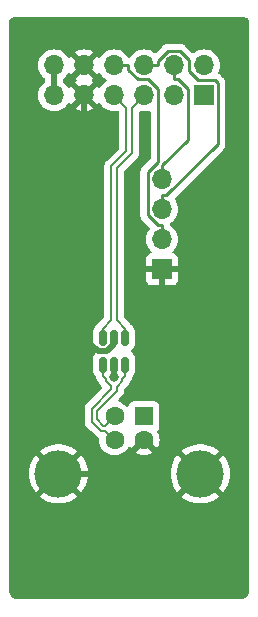
<source format=gbl>
G04 #@! TF.GenerationSoftware,KiCad,Pcbnew,7.0.9-7.0.9~ubuntu20.04.1*
G04 #@! TF.CreationDate,2023-12-02T17:13:26+01:00*
G04 #@! TF.ProjectId,kicad-pmod_usb,6b696361-642d-4706-9d6f-645f7573622e,1.0*
G04 #@! TF.SameCoordinates,Original*
G04 #@! TF.FileFunction,Copper,L2,Bot*
G04 #@! TF.FilePolarity,Positive*
%FSLAX46Y46*%
G04 Gerber Fmt 4.6, Leading zero omitted, Abs format (unit mm)*
G04 Created by KiCad (PCBNEW 7.0.9-7.0.9~ubuntu20.04.1) date 2023-12-02 17:13:26*
%MOMM*%
%LPD*%
G01*
G04 APERTURE LIST*
G04 Aperture macros list*
%AMRoundRect*
0 Rectangle with rounded corners*
0 $1 Rounding radius*
0 $2 $3 $4 $5 $6 $7 $8 $9 X,Y pos of 4 corners*
0 Add a 4 corners polygon primitive as box body*
4,1,4,$2,$3,$4,$5,$6,$7,$8,$9,$2,$3,0*
0 Add four circle primitives for the rounded corners*
1,1,$1+$1,$2,$3*
1,1,$1+$1,$4,$5*
1,1,$1+$1,$6,$7*
1,1,$1+$1,$8,$9*
0 Add four rect primitives between the rounded corners*
20,1,$1+$1,$2,$3,$4,$5,0*
20,1,$1+$1,$4,$5,$6,$7,0*
20,1,$1+$1,$6,$7,$8,$9,0*
20,1,$1+$1,$8,$9,$2,$3,0*%
G04 Aperture macros list end*
G04 #@! TA.AperFunction,ComponentPad*
%ADD10R,1.700000X1.700000*%
G04 #@! TD*
G04 #@! TA.AperFunction,ComponentPad*
%ADD11O,1.700000X1.700000*%
G04 #@! TD*
G04 #@! TA.AperFunction,ComponentPad*
%ADD12R,1.600000X1.600000*%
G04 #@! TD*
G04 #@! TA.AperFunction,ComponentPad*
%ADD13C,1.600000*%
G04 #@! TD*
G04 #@! TA.AperFunction,ComponentPad*
%ADD14C,4.000000*%
G04 #@! TD*
G04 #@! TA.AperFunction,SMDPad,CuDef*
%ADD15RoundRect,0.150000X-0.150000X0.512500X-0.150000X-0.512500X0.150000X-0.512500X0.150000X0.512500X0*%
G04 #@! TD*
G04 #@! TA.AperFunction,ViaPad*
%ADD16C,0.800000*%
G04 #@! TD*
G04 #@! TA.AperFunction,Conductor*
%ADD17C,0.200000*%
G04 #@! TD*
G04 #@! TA.AperFunction,Conductor*
%ADD18C,0.500000*%
G04 #@! TD*
G04 #@! TA.AperFunction,Conductor*
%ADD19C,0.250000*%
G04 #@! TD*
G04 APERTURE END LIST*
D10*
X123190000Y-65976500D03*
D11*
X123190000Y-63436500D03*
X120650000Y-65976500D03*
X120650000Y-63436500D03*
X118110000Y-65976500D03*
X118110000Y-63436500D03*
X115570000Y-65976500D03*
X115570000Y-63436500D03*
X113030000Y-65976500D03*
X113030000Y-63436500D03*
X110490000Y-65976500D03*
X110490000Y-63436500D03*
D12*
X118110000Y-93154500D03*
D13*
X115610000Y-93154500D03*
X115610000Y-95154500D03*
X118110000Y-95154500D03*
D14*
X122860000Y-98014500D03*
X110860000Y-98014500D03*
D10*
X119634000Y-80708500D03*
D11*
X119634000Y-78168500D03*
X119634000Y-75628500D03*
X119634000Y-73088500D03*
D15*
X114620000Y-86492500D03*
X115570000Y-86492500D03*
X116520000Y-86492500D03*
X116520000Y-88767500D03*
X115570000Y-88767500D03*
X114620000Y-88767500D03*
D16*
X114046000Y-68770500D03*
X114300000Y-72072500D03*
X115570000Y-89852500D03*
D17*
X116520000Y-86492500D02*
X116520000Y-85722500D01*
X116520000Y-85722500D02*
X115795000Y-84997500D01*
X115795000Y-84997500D02*
X115795000Y-72165700D01*
X117065000Y-70895700D02*
X117065000Y-67021500D01*
X115795000Y-72165700D02*
X117065000Y-70895700D01*
X117065000Y-67021500D02*
X118110000Y-65976500D01*
X114620000Y-86492500D02*
X114620000Y-85722500D01*
X114620000Y-85722500D02*
X115345000Y-84997500D01*
X115345000Y-84997500D02*
X115345000Y-71979300D01*
X115345000Y-71979300D02*
X116615000Y-70709300D01*
X116615000Y-70709300D02*
X116615000Y-67021500D01*
X116615000Y-67021500D02*
X115570000Y-65976500D01*
D18*
X110490000Y-65976500D02*
X110490000Y-63436500D01*
D17*
X114835000Y-94379500D02*
X115610000Y-95154500D01*
X114455000Y-94379500D02*
X114835000Y-94379500D01*
X113669000Y-93593500D02*
X114455000Y-94379500D01*
X113669000Y-92502500D02*
X113669000Y-93593500D01*
X115345000Y-90826100D02*
X113669000Y-92502500D01*
X115345000Y-90552500D02*
X115345000Y-90826100D01*
X115280000Y-90552500D02*
X115345000Y-90552500D01*
X114870000Y-90142400D02*
X115280000Y-90552500D01*
X114870000Y-90011300D02*
X114870000Y-90142400D01*
X114620000Y-89761300D02*
X114870000Y-90011300D01*
X114620000Y-88767500D02*
X114620000Y-89761300D01*
X114835000Y-93929500D02*
X115610000Y-93154500D01*
X114641000Y-93929500D02*
X114835000Y-93929500D01*
X114119000Y-93407100D02*
X114641000Y-93929500D01*
X114119000Y-92688900D02*
X114119000Y-93407100D01*
X115795000Y-91012500D02*
X114119000Y-92688900D01*
X115795000Y-90552500D02*
X115795000Y-91012500D01*
X115860000Y-90552500D02*
X115795000Y-90552500D01*
X116270000Y-90142400D02*
X115860000Y-90552500D01*
X116270000Y-90011300D02*
X116270000Y-90142400D01*
X116520000Y-89761300D02*
X116270000Y-90011300D01*
X116520000Y-88767500D02*
X116520000Y-89761300D01*
D19*
X116745300Y-63803900D02*
X116745300Y-63436500D01*
X117553200Y-64611800D02*
X116745300Y-63803900D01*
X118446300Y-64611800D02*
X117553200Y-64611800D01*
X119285400Y-65450900D02*
X118446300Y-64611800D01*
X119285400Y-71624900D02*
X119285400Y-65450900D01*
X118422400Y-72487900D02*
X119285400Y-71624900D01*
X118422400Y-76148900D02*
X118422400Y-72487900D01*
X119266700Y-76993200D02*
X118422400Y-76148900D01*
X119634000Y-76993200D02*
X119266700Y-76993200D01*
X119634000Y-78168500D02*
X119634000Y-76993200D01*
X115570000Y-63436500D02*
X116745300Y-63436500D01*
X119285300Y-63069100D02*
X119285300Y-63436500D01*
X120093200Y-62261200D02*
X119285300Y-63069100D01*
X121165500Y-62261200D02*
X120093200Y-62261200D01*
X121920000Y-63015700D02*
X121165500Y-62261200D01*
X121920000Y-63914800D02*
X121920000Y-63015700D01*
X122711700Y-64706500D02*
X121920000Y-63914800D01*
X124126500Y-64706500D02*
X122711700Y-64706500D01*
X124365400Y-64945400D02*
X124126500Y-64706500D01*
X124365400Y-70089100D02*
X124365400Y-64945400D01*
X120001300Y-74453200D02*
X124365400Y-70089100D01*
X119634000Y-74453200D02*
X120001300Y-74453200D01*
X119634000Y-75628500D02*
X119634000Y-74453200D01*
X118110000Y-63436500D02*
X119285300Y-63436500D01*
X121017400Y-64611800D02*
X120650000Y-64611800D01*
X121825300Y-65419700D02*
X121017400Y-64611800D01*
X121825300Y-69721900D02*
X121825300Y-65419700D01*
X119634000Y-71913200D02*
X121825300Y-69721900D01*
X119634000Y-73088500D02*
X119634000Y-71913200D01*
X120650000Y-63436500D02*
X120650000Y-64611800D01*
D18*
X113030000Y-86484800D02*
X113030000Y-65976500D01*
X114175200Y-87630000D02*
X113030000Y-86484800D01*
X115002800Y-87630000D02*
X114175200Y-87630000D01*
X115570000Y-87062800D02*
X115002800Y-87630000D01*
X115570000Y-86492500D02*
X115570000Y-87062800D01*
X115250000Y-98014500D02*
X110860000Y-98014500D01*
X118110000Y-95154500D02*
X115250000Y-98014500D01*
X115570000Y-89852500D02*
X115570000Y-88767500D01*
G04 #@! TA.AperFunction,Conductor*
G36*
X112570507Y-63646344D02*
G01*
X112648239Y-63767298D01*
X112756900Y-63861452D01*
X112887685Y-63921180D01*
X112897466Y-63922586D01*
X112268625Y-64551425D01*
X112345031Y-64604925D01*
X112388655Y-64659502D01*
X112395848Y-64729001D01*
X112364326Y-64791355D01*
X112345029Y-64808076D01*
X112268625Y-64861572D01*
X112897466Y-65490413D01*
X112887685Y-65491820D01*
X112756900Y-65551548D01*
X112648239Y-65645702D01*
X112570507Y-65766656D01*
X112546923Y-65846976D01*
X111915073Y-65215126D01*
X111861881Y-65291094D01*
X111807304Y-65334719D01*
X111737806Y-65341913D01*
X111675451Y-65310391D01*
X111658730Y-65291094D01*
X111528494Y-65105097D01*
X111361404Y-64938007D01*
X111293375Y-64890372D01*
X111249751Y-64835794D01*
X111240500Y-64788798D01*
X111240500Y-64624200D01*
X111260185Y-64557161D01*
X111293375Y-64522626D01*
X111361401Y-64474995D01*
X111528495Y-64307901D01*
X111658732Y-64121903D01*
X111713307Y-64078280D01*
X111782805Y-64071086D01*
X111845160Y-64102609D01*
X111861880Y-64121905D01*
X111915073Y-64197873D01*
X112546923Y-63566023D01*
X112570507Y-63646344D01*
G37*
G04 #@! TD.AperFunction*
G04 #@! TA.AperFunction,Conductor*
G36*
X114144925Y-64197873D02*
G01*
X114198119Y-64121905D01*
X114252696Y-64078281D01*
X114322195Y-64071088D01*
X114384549Y-64102610D01*
X114401269Y-64121905D01*
X114531505Y-64307901D01*
X114531506Y-64307902D01*
X114698597Y-64474993D01*
X114698603Y-64474998D01*
X114884158Y-64604925D01*
X114927783Y-64659502D01*
X114934977Y-64729000D01*
X114903454Y-64791355D01*
X114884158Y-64808075D01*
X114698597Y-64938005D01*
X114531505Y-65105097D01*
X114401269Y-65291095D01*
X114346692Y-65334720D01*
X114277194Y-65341914D01*
X114214839Y-65310391D01*
X114198119Y-65291095D01*
X114144925Y-65215126D01*
X114144925Y-65215125D01*
X113513076Y-65846975D01*
X113489493Y-65766656D01*
X113411761Y-65645702D01*
X113303100Y-65551548D01*
X113172315Y-65491820D01*
X113162533Y-65490413D01*
X113791373Y-64861573D01*
X113714969Y-64808076D01*
X113671344Y-64753499D01*
X113664150Y-64684001D01*
X113695672Y-64621646D01*
X113714968Y-64604925D01*
X113791373Y-64551425D01*
X113162533Y-63922586D01*
X113172315Y-63921180D01*
X113303100Y-63861452D01*
X113411761Y-63767298D01*
X113489493Y-63646344D01*
X113513076Y-63566024D01*
X114144925Y-64197873D01*
G37*
G04 #@! TD.AperFunction*
G04 #@! TA.AperFunction,Conductor*
G36*
X126623030Y-59373531D02*
G01*
X126629746Y-59374414D01*
X126637709Y-59375463D01*
X126711327Y-59387122D01*
X126739367Y-59395030D01*
X126763809Y-59405154D01*
X126768190Y-59407174D01*
X126815076Y-59431064D01*
X126834258Y-59443167D01*
X126853594Y-59458003D01*
X126859353Y-59462423D01*
X126865448Y-59467767D01*
X126904730Y-59507049D01*
X126910075Y-59513145D01*
X126929327Y-59538233D01*
X126941435Y-59557424D01*
X126954084Y-59582248D01*
X126965318Y-59604296D01*
X126967352Y-59608708D01*
X126977466Y-59633125D01*
X126985377Y-59661176D01*
X126985379Y-59661183D01*
X126997037Y-59734796D01*
X126998969Y-59749467D01*
X126999500Y-59757569D01*
X126999500Y-107883449D01*
X126999201Y-107889531D01*
X126996027Y-107921756D01*
X126983580Y-108032220D01*
X126979021Y-108054330D01*
X126962881Y-108107539D01*
X126935210Y-108186617D01*
X126927528Y-108204114D01*
X126899046Y-108257402D01*
X126896862Y-108261164D01*
X126853133Y-108330757D01*
X126848559Y-108337109D01*
X126806167Y-108388764D01*
X126802078Y-108393276D01*
X126744776Y-108450578D01*
X126740264Y-108454667D01*
X126688609Y-108497059D01*
X126682257Y-108501633D01*
X126612664Y-108545362D01*
X126608902Y-108547546D01*
X126555614Y-108576028D01*
X126538117Y-108583710D01*
X126459039Y-108611381D01*
X126405830Y-108627521D01*
X126383720Y-108632080D01*
X126273256Y-108644527D01*
X126241031Y-108647701D01*
X126234949Y-108648000D01*
X107445051Y-108648000D01*
X107438970Y-108647701D01*
X107406743Y-108644527D01*
X107296278Y-108632080D01*
X107274167Y-108627521D01*
X107220960Y-108611381D01*
X107141881Y-108583710D01*
X107124384Y-108576028D01*
X107104120Y-108565197D01*
X107071085Y-108547539D01*
X107067340Y-108545365D01*
X107048846Y-108533745D01*
X106997741Y-108501633D01*
X106991389Y-108497059D01*
X106939734Y-108454667D01*
X106935232Y-108450587D01*
X106877910Y-108393265D01*
X106873831Y-108388764D01*
X106831439Y-108337109D01*
X106826865Y-108330757D01*
X106821712Y-108322557D01*
X106783123Y-108261141D01*
X106780970Y-108257433D01*
X106752467Y-108204107D01*
X106744794Y-108186632D01*
X106717118Y-108107539D01*
X106700975Y-108054323D01*
X106696419Y-108032228D01*
X106683972Y-107921756D01*
X106680799Y-107889531D01*
X106680500Y-107883452D01*
X106680500Y-98014505D01*
X108355057Y-98014505D01*
X108374807Y-98328442D01*
X108374808Y-98328449D01*
X108433755Y-98637458D01*
X108530963Y-98936632D01*
X108530965Y-98936637D01*
X108664900Y-99221261D01*
X108664903Y-99221267D01*
X108833457Y-99486867D01*
X108833460Y-99486871D01*
X108924286Y-99596660D01*
X109889438Y-98631507D01*
X109938348Y-98710499D01*
X110081931Y-98868001D01*
X110240388Y-98987663D01*
X109274971Y-99953079D01*
X109274972Y-99953081D01*
X109517772Y-100129485D01*
X109517790Y-100129496D01*
X109793447Y-100281040D01*
X109793455Y-100281044D01*
X110085926Y-100396840D01*
X110390620Y-100475073D01*
X110390629Y-100475075D01*
X110702701Y-100514499D01*
X110702715Y-100514500D01*
X111017285Y-100514500D01*
X111017298Y-100514499D01*
X111329370Y-100475075D01*
X111329379Y-100475073D01*
X111634073Y-100396840D01*
X111926544Y-100281044D01*
X111926552Y-100281040D01*
X112202209Y-100129496D01*
X112202219Y-100129490D01*
X112445026Y-99953079D01*
X112445027Y-99953079D01*
X111479611Y-98987663D01*
X111638069Y-98868001D01*
X111781652Y-98710499D01*
X111830560Y-98631508D01*
X112795712Y-99596660D01*
X112886544Y-99486864D01*
X113055096Y-99221267D01*
X113055099Y-99221261D01*
X113189034Y-98936637D01*
X113189036Y-98936632D01*
X113286244Y-98637458D01*
X113345191Y-98328449D01*
X113345192Y-98328442D01*
X113364943Y-98014505D01*
X120355057Y-98014505D01*
X120374807Y-98328442D01*
X120374808Y-98328449D01*
X120433755Y-98637458D01*
X120530963Y-98936632D01*
X120530965Y-98936637D01*
X120664900Y-99221261D01*
X120664903Y-99221267D01*
X120833457Y-99486867D01*
X120833460Y-99486871D01*
X120924286Y-99596660D01*
X121889438Y-98631507D01*
X121938348Y-98710499D01*
X122081931Y-98868001D01*
X122240388Y-98987663D01*
X121274971Y-99953079D01*
X121274972Y-99953081D01*
X121517772Y-100129485D01*
X121517790Y-100129496D01*
X121793447Y-100281040D01*
X121793455Y-100281044D01*
X122085926Y-100396840D01*
X122390620Y-100475073D01*
X122390629Y-100475075D01*
X122702701Y-100514499D01*
X122702715Y-100514500D01*
X123017285Y-100514500D01*
X123017298Y-100514499D01*
X123329370Y-100475075D01*
X123329379Y-100475073D01*
X123634073Y-100396840D01*
X123926544Y-100281044D01*
X123926552Y-100281040D01*
X124202209Y-100129496D01*
X124202219Y-100129490D01*
X124445026Y-99953079D01*
X124445027Y-99953079D01*
X123479611Y-98987663D01*
X123638069Y-98868001D01*
X123781652Y-98710499D01*
X123830560Y-98631508D01*
X124795712Y-99596660D01*
X124886544Y-99486864D01*
X125055096Y-99221267D01*
X125055099Y-99221261D01*
X125189034Y-98936637D01*
X125189036Y-98936632D01*
X125286244Y-98637458D01*
X125345191Y-98328449D01*
X125345192Y-98328442D01*
X125364943Y-98014505D01*
X125364943Y-98014494D01*
X125345192Y-97700557D01*
X125345191Y-97700550D01*
X125286244Y-97391541D01*
X125189036Y-97092367D01*
X125189034Y-97092362D01*
X125055099Y-96807738D01*
X125055096Y-96807732D01*
X124886542Y-96542132D01*
X124886539Y-96542128D01*
X124795712Y-96432338D01*
X123830560Y-97397491D01*
X123781652Y-97318501D01*
X123638069Y-97160999D01*
X123479611Y-97041336D01*
X124445027Y-96075919D01*
X124445026Y-96075917D01*
X124202227Y-95899514D01*
X124202209Y-95899503D01*
X123926552Y-95747959D01*
X123926544Y-95747955D01*
X123634073Y-95632159D01*
X123329379Y-95553926D01*
X123329370Y-95553924D01*
X123017298Y-95514500D01*
X122702701Y-95514500D01*
X122390629Y-95553924D01*
X122390620Y-95553926D01*
X122085926Y-95632159D01*
X121793455Y-95747955D01*
X121793447Y-95747959D01*
X121517787Y-95899504D01*
X121517782Y-95899507D01*
X121274972Y-96075918D01*
X121274971Y-96075919D01*
X122240388Y-97041336D01*
X122081931Y-97160999D01*
X121938348Y-97318501D01*
X121889439Y-97397491D01*
X120924286Y-96432338D01*
X120924285Y-96432338D01*
X120833459Y-96542129D01*
X120833457Y-96542132D01*
X120664903Y-96807732D01*
X120664900Y-96807738D01*
X120530965Y-97092362D01*
X120530963Y-97092367D01*
X120433755Y-97391541D01*
X120374808Y-97700550D01*
X120374807Y-97700557D01*
X120355057Y-98014494D01*
X120355057Y-98014505D01*
X113364943Y-98014505D01*
X113364943Y-98014494D01*
X113345192Y-97700557D01*
X113345191Y-97700550D01*
X113286244Y-97391541D01*
X113189036Y-97092367D01*
X113189034Y-97092362D01*
X113055099Y-96807738D01*
X113055096Y-96807732D01*
X112886542Y-96542132D01*
X112886539Y-96542128D01*
X112795712Y-96432338D01*
X111830560Y-97397491D01*
X111781652Y-97318501D01*
X111638069Y-97160999D01*
X111479611Y-97041336D01*
X112445027Y-96075919D01*
X112445026Y-96075917D01*
X112202227Y-95899514D01*
X112202209Y-95899503D01*
X111926552Y-95747959D01*
X111926544Y-95747955D01*
X111634073Y-95632159D01*
X111329379Y-95553926D01*
X111329370Y-95553924D01*
X111017298Y-95514500D01*
X110702701Y-95514500D01*
X110390629Y-95553924D01*
X110390620Y-95553926D01*
X110085926Y-95632159D01*
X109793455Y-95747955D01*
X109793447Y-95747959D01*
X109517787Y-95899504D01*
X109517782Y-95899507D01*
X109274972Y-96075918D01*
X109274971Y-96075919D01*
X110240388Y-97041336D01*
X110081931Y-97160999D01*
X109938348Y-97318501D01*
X109889439Y-97397491D01*
X108924286Y-96432338D01*
X108924285Y-96432338D01*
X108833459Y-96542129D01*
X108833457Y-96542132D01*
X108664903Y-96807732D01*
X108664900Y-96807738D01*
X108530965Y-97092362D01*
X108530963Y-97092367D01*
X108433755Y-97391541D01*
X108374808Y-97700550D01*
X108374807Y-97700557D01*
X108355057Y-98014494D01*
X108355057Y-98014505D01*
X106680500Y-98014505D01*
X106680500Y-65976500D01*
X109134341Y-65976500D01*
X109154936Y-66211903D01*
X109154938Y-66211913D01*
X109216094Y-66440155D01*
X109216096Y-66440159D01*
X109216097Y-66440163D01*
X109295800Y-66611086D01*
X109315965Y-66654330D01*
X109315967Y-66654334D01*
X109374462Y-66737873D01*
X109451505Y-66847901D01*
X109618599Y-67014995D01*
X109715384Y-67082765D01*
X109812165Y-67150532D01*
X109812167Y-67150533D01*
X109812170Y-67150535D01*
X110026337Y-67250403D01*
X110254592Y-67311563D01*
X110442918Y-67328039D01*
X110489999Y-67332159D01*
X110490000Y-67332159D01*
X110490001Y-67332159D01*
X110529234Y-67328726D01*
X110725408Y-67311563D01*
X110953663Y-67250403D01*
X111167830Y-67150535D01*
X111361401Y-67014995D01*
X111528495Y-66847901D01*
X111658732Y-66661903D01*
X111713307Y-66618280D01*
X111782805Y-66611086D01*
X111845160Y-66642609D01*
X111861880Y-66661905D01*
X111915073Y-66737873D01*
X112546923Y-66106023D01*
X112570507Y-66186344D01*
X112648239Y-66307298D01*
X112756900Y-66401452D01*
X112887685Y-66461180D01*
X112897466Y-66462586D01*
X112268625Y-67091425D01*
X112352421Y-67150099D01*
X112566507Y-67249929D01*
X112566516Y-67249933D01*
X112794673Y-67311067D01*
X112794684Y-67311069D01*
X113029998Y-67331657D01*
X113030002Y-67331657D01*
X113265315Y-67311069D01*
X113265326Y-67311067D01*
X113493483Y-67249933D01*
X113493492Y-67249929D01*
X113707578Y-67150100D01*
X113707582Y-67150098D01*
X113791373Y-67091426D01*
X113791373Y-67091425D01*
X113162533Y-66462586D01*
X113172315Y-66461180D01*
X113303100Y-66401452D01*
X113411761Y-66307298D01*
X113489493Y-66186344D01*
X113513076Y-66106024D01*
X114144925Y-66737873D01*
X114198119Y-66661905D01*
X114252696Y-66618281D01*
X114322195Y-66611088D01*
X114384549Y-66642610D01*
X114401269Y-66661905D01*
X114531505Y-66847901D01*
X114698599Y-67014995D01*
X114795384Y-67082765D01*
X114892165Y-67150532D01*
X114892167Y-67150533D01*
X114892170Y-67150535D01*
X115106337Y-67250403D01*
X115334592Y-67311563D01*
X115522918Y-67328039D01*
X115569999Y-67332159D01*
X115570000Y-67332159D01*
X115570001Y-67332159D01*
X115609234Y-67328726D01*
X115805408Y-67311563D01*
X115858406Y-67297362D01*
X115928255Y-67299023D01*
X115986118Y-67338185D01*
X116013623Y-67402413D01*
X116014500Y-67417136D01*
X116014500Y-70409202D01*
X115994815Y-70476241D01*
X115978181Y-70496883D01*
X114951096Y-71523968D01*
X114944994Y-71529319D01*
X114916720Y-71551015D01*
X114829833Y-71664249D01*
X114820463Y-71676460D01*
X114759956Y-71822537D01*
X114759955Y-71822539D01*
X114739318Y-71979298D01*
X114739318Y-71979300D01*
X114743959Y-72014555D01*
X114743969Y-72014626D01*
X114744500Y-72022728D01*
X114744500Y-84697402D01*
X114724815Y-84764441D01*
X114708181Y-84785083D01*
X114226096Y-85267168D01*
X114219994Y-85272519D01*
X114191717Y-85294218D01*
X114155230Y-85341769D01*
X114127234Y-85378256D01*
X114112875Y-85396968D01*
X114095460Y-85419663D01*
X114094338Y-85422373D01*
X114067463Y-85462590D01*
X113951923Y-85578129D01*
X113951917Y-85578137D01*
X113868255Y-85719603D01*
X113868254Y-85719606D01*
X113822402Y-85877426D01*
X113822401Y-85877432D01*
X113819500Y-85914304D01*
X113819500Y-87070696D01*
X113822401Y-87107567D01*
X113822402Y-87107573D01*
X113868254Y-87265393D01*
X113868255Y-87265396D01*
X113951917Y-87406862D01*
X113951923Y-87406870D01*
X114068129Y-87523076D01*
X114068140Y-87523085D01*
X114068455Y-87523271D01*
X114068650Y-87523480D01*
X114074298Y-87527861D01*
X114073591Y-87528772D01*
X114116136Y-87574343D01*
X114128637Y-87643085D01*
X114101988Y-87707673D01*
X114074078Y-87731856D01*
X114074298Y-87732139D01*
X114069092Y-87736176D01*
X114068455Y-87736729D01*
X114068140Y-87736914D01*
X114068129Y-87736923D01*
X113951923Y-87853129D01*
X113951917Y-87853137D01*
X113868255Y-87994603D01*
X113868254Y-87994606D01*
X113822402Y-88152426D01*
X113822401Y-88152432D01*
X113819500Y-88189304D01*
X113819500Y-89345696D01*
X113822401Y-89382567D01*
X113822402Y-89382573D01*
X113868254Y-89540393D01*
X113868255Y-89540396D01*
X113951917Y-89681862D01*
X113951923Y-89681870D01*
X113981970Y-89711916D01*
X114015456Y-89773238D01*
X114017229Y-89783411D01*
X114019500Y-89800660D01*
X114034955Y-89918060D01*
X114034956Y-89918062D01*
X114095464Y-90064141D01*
X114191718Y-90189582D01*
X114219995Y-90211280D01*
X114226085Y-90216620D01*
X114252781Y-90243316D01*
X114252796Y-90243331D01*
X114280840Y-90291800D01*
X114281775Y-90291413D01*
X114283383Y-90295297D01*
X114283511Y-90295675D01*
X114284592Y-90298285D01*
X114284829Y-90298694D01*
X114284948Y-90299133D01*
X114284955Y-90299162D01*
X114315064Y-90371850D01*
X114345428Y-90445180D01*
X114345462Y-90445238D01*
X114392759Y-90506877D01*
X114418822Y-90540850D01*
X114418901Y-90540947D01*
X114441717Y-90570681D01*
X114469955Y-90592348D01*
X114476059Y-90597701D01*
X114512484Y-90634135D01*
X114545961Y-90695461D01*
X114540969Y-90765152D01*
X114512484Y-90809476D01*
X113275066Y-92047189D01*
X113268958Y-92052546D01*
X113240718Y-92074217D01*
X113217739Y-92104163D01*
X113217643Y-92104281D01*
X113194359Y-92134633D01*
X113144454Y-92199671D01*
X113144440Y-92199697D01*
X113144430Y-92199712D01*
X113113700Y-92273928D01*
X113083954Y-92345739D01*
X113083952Y-92345749D01*
X113083938Y-92345798D01*
X113073425Y-92425728D01*
X113068194Y-92465459D01*
X113068177Y-92465625D01*
X113063317Y-92502567D01*
X113063317Y-92502572D01*
X113067968Y-92537856D01*
X113068500Y-92545966D01*
X113068500Y-93550071D01*
X113067969Y-93558173D01*
X113063318Y-93593499D01*
X113063318Y-93593500D01*
X113068500Y-93632860D01*
X113083955Y-93750260D01*
X113083956Y-93750262D01*
X113144464Y-93896341D01*
X113240718Y-94021782D01*
X113268995Y-94043480D01*
X113275085Y-94048820D01*
X113649299Y-94423034D01*
X113999669Y-94773404D01*
X114005020Y-94779505D01*
X114026718Y-94807782D01*
X114083900Y-94851659D01*
X114152159Y-94904036D01*
X114152161Y-94904036D01*
X114152163Y-94904038D01*
X114236349Y-94938909D01*
X114290753Y-94982750D01*
X114312818Y-95049044D01*
X114312425Y-95064277D01*
X114304532Y-95154497D01*
X114304532Y-95154501D01*
X114324364Y-95381186D01*
X114324366Y-95381197D01*
X114383258Y-95600988D01*
X114383261Y-95600997D01*
X114479431Y-95807232D01*
X114479432Y-95807234D01*
X114609954Y-95993641D01*
X114770858Y-96154545D01*
X114770861Y-96154547D01*
X114957266Y-96285068D01*
X115163504Y-96381239D01*
X115383308Y-96440135D01*
X115545230Y-96454301D01*
X115609998Y-96459968D01*
X115610000Y-96459968D01*
X115610002Y-96459968D01*
X115666673Y-96455009D01*
X115836692Y-96440135D01*
X116056496Y-96381239D01*
X116262734Y-96285068D01*
X116449139Y-96154547D01*
X116610047Y-95993639D01*
X116740568Y-95807234D01*
X116747893Y-95791523D01*
X116794062Y-95739086D01*
X116861254Y-95719932D01*
X116928136Y-95740145D01*
X116972657Y-95791523D01*
X116979865Y-95806981D01*
X116979866Y-95806983D01*
X117030973Y-95879971D01*
X117030973Y-95879972D01*
X117647063Y-95263881D01*
X117673481Y-95353851D01*
X117747327Y-95468758D01*
X117850555Y-95558205D01*
X117974801Y-95614946D01*
X117999548Y-95618504D01*
X117384526Y-96233525D01*
X117384526Y-96233526D01*
X117457512Y-96284631D01*
X117457516Y-96284633D01*
X117663673Y-96380765D01*
X117663682Y-96380769D01*
X117883389Y-96439639D01*
X117883400Y-96439641D01*
X118109998Y-96459466D01*
X118110002Y-96459466D01*
X118336599Y-96439641D01*
X118336610Y-96439639D01*
X118556317Y-96380769D01*
X118556331Y-96380764D01*
X118762478Y-96284636D01*
X118835472Y-96233525D01*
X118220451Y-95618504D01*
X118245199Y-95614946D01*
X118369445Y-95558205D01*
X118472673Y-95468758D01*
X118546519Y-95353851D01*
X118572935Y-95263882D01*
X119189025Y-95879972D01*
X119240136Y-95806978D01*
X119336264Y-95600831D01*
X119336269Y-95600817D01*
X119395139Y-95381110D01*
X119395141Y-95381099D01*
X119414966Y-95154502D01*
X119414966Y-95154497D01*
X119395141Y-94927900D01*
X119395139Y-94927889D01*
X119336269Y-94708182D01*
X119336265Y-94708173D01*
X119240134Y-94502018D01*
X119240130Y-94502012D01*
X119231188Y-94489240D01*
X119208861Y-94423034D01*
X119225873Y-94355267D01*
X119258454Y-94318851D01*
X119267546Y-94312046D01*
X119353796Y-94196831D01*
X119404091Y-94061983D01*
X119410500Y-94002373D01*
X119410499Y-92306628D01*
X119404091Y-92247017D01*
X119386447Y-92199712D01*
X119353797Y-92112171D01*
X119353793Y-92112164D01*
X119267547Y-91996955D01*
X119267544Y-91996952D01*
X119152335Y-91910706D01*
X119152328Y-91910702D01*
X119017482Y-91860408D01*
X119017483Y-91860408D01*
X118957883Y-91854001D01*
X118957881Y-91854000D01*
X118957873Y-91854000D01*
X118957864Y-91854000D01*
X117262129Y-91854000D01*
X117262123Y-91854001D01*
X117202516Y-91860408D01*
X117067671Y-91910702D01*
X117067664Y-91910706D01*
X116952455Y-91996952D01*
X116952452Y-91996955D01*
X116866206Y-92112164D01*
X116866202Y-92112171D01*
X116815909Y-92247013D01*
X116814632Y-92252422D01*
X116780058Y-92313138D01*
X116718147Y-92345523D01*
X116648556Y-92339296D01*
X116606274Y-92311587D01*
X116449141Y-92154454D01*
X116262734Y-92023932D01*
X116262732Y-92023931D01*
X116056497Y-91927761D01*
X116056493Y-91927760D01*
X116005693Y-91914148D01*
X115946033Y-91877782D01*
X115915505Y-91814935D01*
X115923800Y-91745559D01*
X115950093Y-91706705D01*
X116188941Y-91467800D01*
X116195034Y-91462455D01*
X116223282Y-91440782D01*
X116246196Y-91410918D01*
X116246286Y-91410810D01*
X116247495Y-91409233D01*
X116247498Y-91409231D01*
X116258739Y-91394575D01*
X116271423Y-91378043D01*
X116287460Y-91357141D01*
X116319536Y-91315341D01*
X116319538Y-91315334D01*
X116319562Y-91315294D01*
X116319568Y-91315283D01*
X116319572Y-91315278D01*
X116349679Y-91242567D01*
X116380044Y-91169262D01*
X116380045Y-91169252D01*
X116380047Y-91169246D01*
X116380059Y-91169200D01*
X116380063Y-91169192D01*
X116390574Y-91089271D01*
X116395500Y-91051861D01*
X116395500Y-91051853D01*
X116395727Y-91050129D01*
X116395739Y-91050003D01*
X116400682Y-91012428D01*
X116396031Y-90977139D01*
X116395500Y-90969032D01*
X116395500Y-90917560D01*
X116415185Y-90850521D01*
X116431804Y-90829894D01*
X116663936Y-90597703D01*
X116670032Y-90592357D01*
X116698282Y-90570682D01*
X116721164Y-90540860D01*
X116721237Y-90540772D01*
X116722493Y-90539134D01*
X116722498Y-90539130D01*
X116747241Y-90506877D01*
X116794536Y-90445241D01*
X116794537Y-90445236D01*
X116794563Y-90445192D01*
X116794566Y-90445184D01*
X116794573Y-90445177D01*
X116824935Y-90371850D01*
X116855044Y-90299162D01*
X116855045Y-90299152D01*
X116855060Y-90299096D01*
X116855063Y-90299091D01*
X116855063Y-90299085D01*
X116855472Y-90297628D01*
X116856295Y-90296219D01*
X116856477Y-90295694D01*
X116858467Y-90290900D01*
X116859221Y-90291213D01*
X116887215Y-90243318D01*
X116913922Y-90216611D01*
X116919999Y-90211283D01*
X116948282Y-90189582D01*
X117044536Y-90064141D01*
X117105044Y-89918062D01*
X117120500Y-89800661D01*
X117122770Y-89783414D01*
X117151033Y-89719520D01*
X117158022Y-89711922D01*
X117188081Y-89681865D01*
X117271744Y-89540398D01*
X117317598Y-89382569D01*
X117320500Y-89345694D01*
X117320500Y-88189306D01*
X117317598Y-88152431D01*
X117271744Y-87994602D01*
X117188081Y-87853135D01*
X117188079Y-87853133D01*
X117188076Y-87853129D01*
X117071870Y-87736923D01*
X117071867Y-87736921D01*
X117071865Y-87736919D01*
X117071549Y-87736732D01*
X117071353Y-87736522D01*
X117065702Y-87732139D01*
X117066409Y-87731227D01*
X117023866Y-87685664D01*
X117011362Y-87616923D01*
X117038006Y-87552333D01*
X117065921Y-87528144D01*
X117065702Y-87527861D01*
X117070911Y-87523820D01*
X117071550Y-87523267D01*
X117071865Y-87523081D01*
X117188081Y-87406865D01*
X117271744Y-87265398D01*
X117317598Y-87107569D01*
X117320500Y-87070694D01*
X117320500Y-85914306D01*
X117317598Y-85877431D01*
X117271744Y-85719602D01*
X117188081Y-85578135D01*
X117188079Y-85578133D01*
X117188076Y-85578129D01*
X117072535Y-85462588D01*
X117045654Y-85422359D01*
X117044537Y-85419663D01*
X117044536Y-85419659D01*
X117044535Y-85419658D01*
X117044535Y-85419657D01*
X117031489Y-85402656D01*
X117012766Y-85378256D01*
X116948282Y-85294218D01*
X116920005Y-85272520D01*
X116913904Y-85267169D01*
X116431819Y-84785084D01*
X116398334Y-84723761D01*
X116395500Y-84697403D01*
X116395500Y-72465796D01*
X116415185Y-72398757D01*
X116431814Y-72378119D01*
X117458923Y-71351010D01*
X117464998Y-71345684D01*
X117493282Y-71323982D01*
X117589536Y-71198541D01*
X117650044Y-71052462D01*
X117665500Y-70935061D01*
X117670682Y-70895700D01*
X117666030Y-70860369D01*
X117665500Y-70852271D01*
X117665500Y-67417136D01*
X117685185Y-67350097D01*
X117737989Y-67304342D01*
X117807147Y-67294398D01*
X117821586Y-67297360D01*
X117874592Y-67311563D01*
X118062918Y-67328039D01*
X118109999Y-67332159D01*
X118110000Y-67332159D01*
X118110001Y-67332159D01*
X118149234Y-67328726D01*
X118345408Y-67311563D01*
X118503809Y-67269120D01*
X118573656Y-67270783D01*
X118631519Y-67309945D01*
X118659023Y-67374174D01*
X118659900Y-67388895D01*
X118659900Y-71314446D01*
X118640215Y-71381485D01*
X118623581Y-71402127D01*
X118038608Y-71987099D01*
X118026351Y-71996920D01*
X118026534Y-71997141D01*
X118020523Y-72002113D01*
X117973172Y-72052536D01*
X117952289Y-72073419D01*
X117952277Y-72073432D01*
X117948021Y-72078917D01*
X117944237Y-72083347D01*
X117912337Y-72117318D01*
X117912336Y-72117320D01*
X117902684Y-72134876D01*
X117892010Y-72151126D01*
X117879729Y-72166961D01*
X117879724Y-72166968D01*
X117861215Y-72209738D01*
X117858645Y-72214984D01*
X117836203Y-72255806D01*
X117831222Y-72275207D01*
X117824921Y-72293610D01*
X117816962Y-72312002D01*
X117816961Y-72312005D01*
X117809671Y-72358027D01*
X117808487Y-72363746D01*
X117796901Y-72408872D01*
X117796900Y-72408882D01*
X117796900Y-72428916D01*
X117795373Y-72448315D01*
X117792240Y-72468094D01*
X117792240Y-72468095D01*
X117796625Y-72514483D01*
X117796900Y-72520321D01*
X117796900Y-76066155D01*
X117795175Y-76081772D01*
X117795461Y-76081799D01*
X117794726Y-76089565D01*
X117796900Y-76158714D01*
X117796900Y-76188243D01*
X117796901Y-76188260D01*
X117797768Y-76195131D01*
X117798226Y-76200950D01*
X117799690Y-76247524D01*
X117799691Y-76247527D01*
X117805280Y-76266767D01*
X117809224Y-76285811D01*
X117811736Y-76305692D01*
X117828890Y-76349019D01*
X117830782Y-76354547D01*
X117843781Y-76399288D01*
X117853980Y-76416534D01*
X117862538Y-76434003D01*
X117869914Y-76452632D01*
X117897298Y-76490323D01*
X117900506Y-76495207D01*
X117924227Y-76535316D01*
X117924233Y-76535324D01*
X117938390Y-76549480D01*
X117951028Y-76564276D01*
X117962805Y-76580486D01*
X117962806Y-76580487D01*
X117998709Y-76610188D01*
X118003020Y-76614110D01*
X118323218Y-76934308D01*
X118559204Y-77170294D01*
X118592689Y-77231617D01*
X118587705Y-77301309D01*
X118573098Y-77329098D01*
X118459965Y-77490669D01*
X118459964Y-77490671D01*
X118360098Y-77704835D01*
X118360094Y-77704844D01*
X118298938Y-77933086D01*
X118298936Y-77933096D01*
X118278341Y-78168499D01*
X118278341Y-78168500D01*
X118298936Y-78403903D01*
X118298938Y-78403913D01*
X118360094Y-78632155D01*
X118360096Y-78632159D01*
X118360097Y-78632163D01*
X118459965Y-78846330D01*
X118459967Y-78846334D01*
X118568281Y-79001021D01*
X118595501Y-79039896D01*
X118595506Y-79039902D01*
X118717818Y-79162214D01*
X118751303Y-79223537D01*
X118746319Y-79293229D01*
X118704447Y-79349162D01*
X118673471Y-79366077D01*
X118541912Y-79415146D01*
X118541906Y-79415149D01*
X118426812Y-79501309D01*
X118426809Y-79501312D01*
X118340649Y-79616406D01*
X118340645Y-79616413D01*
X118290403Y-79751120D01*
X118290401Y-79751127D01*
X118284000Y-79810655D01*
X118284000Y-80458500D01*
X119200314Y-80458500D01*
X119174507Y-80498656D01*
X119134000Y-80636611D01*
X119134000Y-80780389D01*
X119174507Y-80918344D01*
X119200314Y-80958500D01*
X118284000Y-80958500D01*
X118284000Y-81606344D01*
X118290401Y-81665872D01*
X118290403Y-81665879D01*
X118340645Y-81800586D01*
X118340649Y-81800593D01*
X118426809Y-81915687D01*
X118426812Y-81915690D01*
X118541906Y-82001850D01*
X118541913Y-82001854D01*
X118676620Y-82052096D01*
X118676627Y-82052098D01*
X118736155Y-82058499D01*
X118736172Y-82058500D01*
X119384000Y-82058500D01*
X119384000Y-81144001D01*
X119491685Y-81193180D01*
X119598237Y-81208500D01*
X119669763Y-81208500D01*
X119776315Y-81193180D01*
X119884000Y-81144001D01*
X119884000Y-82058500D01*
X120531828Y-82058500D01*
X120531844Y-82058499D01*
X120591372Y-82052098D01*
X120591379Y-82052096D01*
X120726086Y-82001854D01*
X120726093Y-82001850D01*
X120841187Y-81915690D01*
X120841190Y-81915687D01*
X120927350Y-81800593D01*
X120927354Y-81800586D01*
X120977596Y-81665879D01*
X120977598Y-81665872D01*
X120983999Y-81606344D01*
X120984000Y-81606327D01*
X120984000Y-80958500D01*
X120067686Y-80958500D01*
X120093493Y-80918344D01*
X120134000Y-80780389D01*
X120134000Y-80636611D01*
X120093493Y-80498656D01*
X120067686Y-80458500D01*
X120984000Y-80458500D01*
X120984000Y-79810672D01*
X120983999Y-79810655D01*
X120977598Y-79751127D01*
X120977596Y-79751120D01*
X120927354Y-79616413D01*
X120927350Y-79616406D01*
X120841190Y-79501312D01*
X120841187Y-79501309D01*
X120726093Y-79415149D01*
X120726088Y-79415146D01*
X120594528Y-79366077D01*
X120538595Y-79324205D01*
X120514178Y-79258741D01*
X120529030Y-79190468D01*
X120550175Y-79162220D01*
X120672495Y-79039901D01*
X120808035Y-78846330D01*
X120907903Y-78632163D01*
X120969063Y-78403908D01*
X120989659Y-78168500D01*
X120969063Y-77933092D01*
X120907903Y-77704837D01*
X120808035Y-77490671D01*
X120672495Y-77297099D01*
X120672494Y-77297097D01*
X120505402Y-77130006D01*
X120505401Y-77130005D01*
X120319840Y-77000074D01*
X120276216Y-76945497D01*
X120269023Y-76875998D01*
X120300545Y-76813644D01*
X120319831Y-76796932D01*
X120505401Y-76666995D01*
X120672495Y-76499901D01*
X120808035Y-76306330D01*
X120907903Y-76092163D01*
X120969063Y-75863908D01*
X120989659Y-75628500D01*
X120969063Y-75393092D01*
X120907903Y-75164837D01*
X120808035Y-74950671D01*
X120694901Y-74789098D01*
X120672574Y-74722892D01*
X120689584Y-74655125D01*
X120708791Y-74630298D01*
X124749188Y-70589901D01*
X124761442Y-70580086D01*
X124761259Y-70579864D01*
X124767266Y-70574892D01*
X124767277Y-70574886D01*
X124800011Y-70540028D01*
X124814627Y-70524464D01*
X124825071Y-70514018D01*
X124835520Y-70503571D01*
X124839779Y-70498078D01*
X124843552Y-70493661D01*
X124875462Y-70459682D01*
X124885113Y-70442124D01*
X124895796Y-70425861D01*
X124908073Y-70410036D01*
X124926585Y-70367253D01*
X124929138Y-70362041D01*
X124951597Y-70321192D01*
X124956580Y-70301780D01*
X124962881Y-70283380D01*
X124970837Y-70264996D01*
X124978129Y-70218952D01*
X124979306Y-70213271D01*
X124990900Y-70168119D01*
X124990900Y-70148083D01*
X124992427Y-70128682D01*
X124995560Y-70108904D01*
X124991175Y-70062515D01*
X124990900Y-70056677D01*
X124990900Y-65028142D01*
X124992624Y-65012522D01*
X124992339Y-65012495D01*
X124993073Y-65004733D01*
X124990977Y-64938007D01*
X124990900Y-64935571D01*
X124990900Y-64906050D01*
X124990031Y-64899179D01*
X124989573Y-64893352D01*
X124988110Y-64846773D01*
X124982519Y-64827530D01*
X124978573Y-64808478D01*
X124976064Y-64788608D01*
X124958904Y-64745267D01*
X124957024Y-64739779D01*
X124944018Y-64695010D01*
X124937507Y-64684001D01*
X124933823Y-64677771D01*
X124925261Y-64660294D01*
X124917887Y-64641670D01*
X124917886Y-64641668D01*
X124890479Y-64603945D01*
X124887288Y-64599086D01*
X124863572Y-64558983D01*
X124863565Y-64558974D01*
X124849406Y-64544815D01*
X124836768Y-64530019D01*
X124831395Y-64522624D01*
X124824994Y-64513813D01*
X124789089Y-64484110D01*
X124784767Y-64480177D01*
X124734383Y-64429793D01*
X124627297Y-64322706D01*
X124617480Y-64310452D01*
X124617260Y-64310635D01*
X124612288Y-64304625D01*
X124601116Y-64294134D01*
X124561863Y-64257272D01*
X124561862Y-64257271D01*
X124540976Y-64236384D01*
X124535486Y-64232125D01*
X124531061Y-64228347D01*
X124497082Y-64196438D01*
X124497080Y-64196436D01*
X124497077Y-64196435D01*
X124479529Y-64186788D01*
X124463262Y-64176103D01*
X124447452Y-64163839D01*
X124406546Y-64107195D01*
X124402758Y-64037428D01*
X124411066Y-64013471D01*
X124463903Y-63900163D01*
X124525063Y-63671908D01*
X124545659Y-63436500D01*
X124525063Y-63201092D01*
X124463903Y-62972837D01*
X124364035Y-62758671D01*
X124358731Y-62751095D01*
X124228494Y-62565097D01*
X124061402Y-62398006D01*
X124061395Y-62398001D01*
X124029340Y-62375556D01*
X123952245Y-62321573D01*
X123867834Y-62262467D01*
X123867830Y-62262465D01*
X123867828Y-62262464D01*
X123653663Y-62162597D01*
X123653659Y-62162596D01*
X123653655Y-62162594D01*
X123425413Y-62101438D01*
X123425403Y-62101436D01*
X123190001Y-62080841D01*
X123189999Y-62080841D01*
X122954596Y-62101436D01*
X122954586Y-62101438D01*
X122726344Y-62162594D01*
X122726335Y-62162598D01*
X122512171Y-62262464D01*
X122512169Y-62262465D01*
X122326366Y-62392565D01*
X122260160Y-62414892D01*
X122192392Y-62397882D01*
X122167562Y-62378671D01*
X121666303Y-61877412D01*
X121656480Y-61865150D01*
X121656259Y-61865334D01*
X121651286Y-61859323D01*
X121632659Y-61841831D01*
X121600864Y-61811973D01*
X121590419Y-61801528D01*
X121579975Y-61791083D01*
X121574486Y-61786825D01*
X121570061Y-61783047D01*
X121536082Y-61751138D01*
X121536080Y-61751136D01*
X121536077Y-61751135D01*
X121518529Y-61741488D01*
X121502263Y-61730804D01*
X121486433Y-61718525D01*
X121443668Y-61700018D01*
X121438422Y-61697448D01*
X121397593Y-61675003D01*
X121397592Y-61675002D01*
X121378193Y-61670022D01*
X121359781Y-61663718D01*
X121341398Y-61655762D01*
X121341392Y-61655760D01*
X121295374Y-61648472D01*
X121289652Y-61647287D01*
X121244521Y-61635700D01*
X121244519Y-61635700D01*
X121224484Y-61635700D01*
X121205086Y-61634173D01*
X121197662Y-61632997D01*
X121185305Y-61631040D01*
X121185304Y-61631040D01*
X121138916Y-61635425D01*
X121133078Y-61635700D01*
X120175938Y-61635700D01*
X120160321Y-61633976D01*
X120160294Y-61634262D01*
X120152532Y-61633527D01*
X120083404Y-61635700D01*
X120053850Y-61635700D01*
X120053129Y-61635790D01*
X120046957Y-61636569D01*
X120041145Y-61637026D01*
X119994573Y-61638490D01*
X119994572Y-61638490D01*
X119975329Y-61644081D01*
X119956279Y-61648025D01*
X119936411Y-61650534D01*
X119936409Y-61650535D01*
X119893084Y-61667688D01*
X119887557Y-61669580D01*
X119842810Y-61682581D01*
X119842809Y-61682582D01*
X119825567Y-61692779D01*
X119808099Y-61701337D01*
X119789469Y-61708713D01*
X119789467Y-61708714D01*
X119751776Y-61736098D01*
X119746894Y-61739305D01*
X119706779Y-61763030D01*
X119692608Y-61777200D01*
X119677823Y-61789828D01*
X119661612Y-61801607D01*
X119631909Y-61837510D01*
X119627977Y-61841831D01*
X119108145Y-62361662D01*
X119046822Y-62395147D01*
X118977130Y-62390163D01*
X118949342Y-62375557D01*
X118787830Y-62262465D01*
X118573663Y-62162597D01*
X118573659Y-62162596D01*
X118573655Y-62162594D01*
X118345413Y-62101438D01*
X118345403Y-62101436D01*
X118110001Y-62080841D01*
X118109999Y-62080841D01*
X117874596Y-62101436D01*
X117874586Y-62101438D01*
X117646344Y-62162594D01*
X117646335Y-62162598D01*
X117432171Y-62262464D01*
X117432169Y-62262465D01*
X117238597Y-62398005D01*
X117071505Y-62565097D01*
X116941575Y-62750658D01*
X116886998Y-62794283D01*
X116817500Y-62801477D01*
X116755145Y-62769954D01*
X116738425Y-62750658D01*
X116608494Y-62565097D01*
X116441402Y-62398006D01*
X116441395Y-62398001D01*
X116409340Y-62375556D01*
X116332245Y-62321573D01*
X116247834Y-62262467D01*
X116247830Y-62262465D01*
X116247828Y-62262464D01*
X116033663Y-62162597D01*
X116033659Y-62162596D01*
X116033655Y-62162594D01*
X115805413Y-62101438D01*
X115805403Y-62101436D01*
X115570001Y-62080841D01*
X115569999Y-62080841D01*
X115334596Y-62101436D01*
X115334586Y-62101438D01*
X115106344Y-62162594D01*
X115106335Y-62162598D01*
X114892171Y-62262464D01*
X114892169Y-62262465D01*
X114698597Y-62398005D01*
X114531505Y-62565097D01*
X114401269Y-62751095D01*
X114346692Y-62794720D01*
X114277194Y-62801914D01*
X114214839Y-62770391D01*
X114198119Y-62751095D01*
X114144925Y-62675126D01*
X114144925Y-62675125D01*
X113513076Y-63306975D01*
X113489493Y-63226656D01*
X113411761Y-63105702D01*
X113303100Y-63011548D01*
X113172315Y-62951820D01*
X113162533Y-62950413D01*
X113791373Y-62321573D01*
X113791373Y-62321572D01*
X113707583Y-62262902D01*
X113707579Y-62262900D01*
X113493492Y-62163070D01*
X113493483Y-62163066D01*
X113265326Y-62101932D01*
X113265315Y-62101930D01*
X113030002Y-62081343D01*
X113029998Y-62081343D01*
X112794684Y-62101930D01*
X112794673Y-62101932D01*
X112566516Y-62163066D01*
X112566507Y-62163070D01*
X112352419Y-62262901D01*
X112268625Y-62321572D01*
X112897466Y-62950413D01*
X112887685Y-62951820D01*
X112756900Y-63011548D01*
X112648239Y-63105702D01*
X112570507Y-63226656D01*
X112546923Y-63306976D01*
X111915073Y-62675126D01*
X111861881Y-62751094D01*
X111807304Y-62794719D01*
X111737806Y-62801913D01*
X111675451Y-62770391D01*
X111658730Y-62751094D01*
X111528494Y-62565097D01*
X111361402Y-62398006D01*
X111361395Y-62398001D01*
X111329340Y-62375556D01*
X111252245Y-62321573D01*
X111167834Y-62262467D01*
X111167830Y-62262465D01*
X111167828Y-62262464D01*
X110953663Y-62162597D01*
X110953659Y-62162596D01*
X110953655Y-62162594D01*
X110725413Y-62101438D01*
X110725403Y-62101436D01*
X110490001Y-62080841D01*
X110489999Y-62080841D01*
X110254596Y-62101436D01*
X110254586Y-62101438D01*
X110026344Y-62162594D01*
X110026335Y-62162598D01*
X109812171Y-62262464D01*
X109812169Y-62262465D01*
X109618597Y-62398005D01*
X109451505Y-62565097D01*
X109315965Y-62758669D01*
X109315964Y-62758671D01*
X109216098Y-62972835D01*
X109216094Y-62972844D01*
X109154938Y-63201086D01*
X109154936Y-63201096D01*
X109134341Y-63436499D01*
X109134341Y-63436500D01*
X109154936Y-63671903D01*
X109154938Y-63671913D01*
X109216094Y-63900155D01*
X109216096Y-63900159D01*
X109216097Y-63900163D01*
X109288674Y-64055804D01*
X109315965Y-64114330D01*
X109315967Y-64114334D01*
X109374462Y-64197873D01*
X109451504Y-64307900D01*
X109451506Y-64307902D01*
X109618595Y-64474992D01*
X109618598Y-64474994D01*
X109618599Y-64474995D01*
X109686623Y-64522625D01*
X109730248Y-64577201D01*
X109739500Y-64624200D01*
X109739500Y-64788798D01*
X109719815Y-64855837D01*
X109686625Y-64890372D01*
X109618595Y-64938007D01*
X109451505Y-65105097D01*
X109315965Y-65298669D01*
X109315964Y-65298671D01*
X109216098Y-65512835D01*
X109216094Y-65512844D01*
X109154938Y-65741086D01*
X109154936Y-65741096D01*
X109134341Y-65976499D01*
X109134341Y-65976500D01*
X106680500Y-65976500D01*
X106680500Y-59757570D01*
X106681031Y-59749470D01*
X106682962Y-59734796D01*
X106694624Y-59661164D01*
X106702528Y-59633137D01*
X106712661Y-59608674D01*
X106714670Y-59604317D01*
X106738569Y-59557413D01*
X106750659Y-59538250D01*
X106769933Y-59513133D01*
X106775253Y-59507065D01*
X106814565Y-59467753D01*
X106820633Y-59462433D01*
X106845750Y-59443159D01*
X106864913Y-59431069D01*
X106911817Y-59407170D01*
X106916174Y-59405161D01*
X106940637Y-59395028D01*
X106968664Y-59387124D01*
X107042284Y-59375463D01*
X107051045Y-59374310D01*
X107056970Y-59373531D01*
X107065070Y-59373000D01*
X126614930Y-59373000D01*
X126623030Y-59373531D01*
G37*
G04 #@! TD.AperFunction*
M02*

</source>
